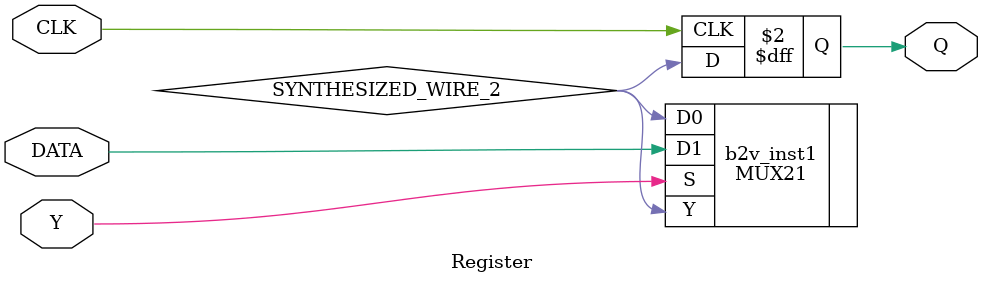
<source format=v>


module Register(
	Y,
	DATA,
	CLK,
	Q
);


input wire	Y;
input wire	DATA;
input wire	CLK;
output reg	Q;

wire	SYNTHESIZED_WIRE_2;





MUX21	b2v_inst1(
	.D0(SYNTHESIZED_WIRE_2),
	.D1(DATA),
	.S(Y),
	.Y(SYNTHESIZED_WIRE_2));


always@(posedge CLK)
begin
	begin
	Q <= SYNTHESIZED_WIRE_2;
	end
end


endmodule

</source>
